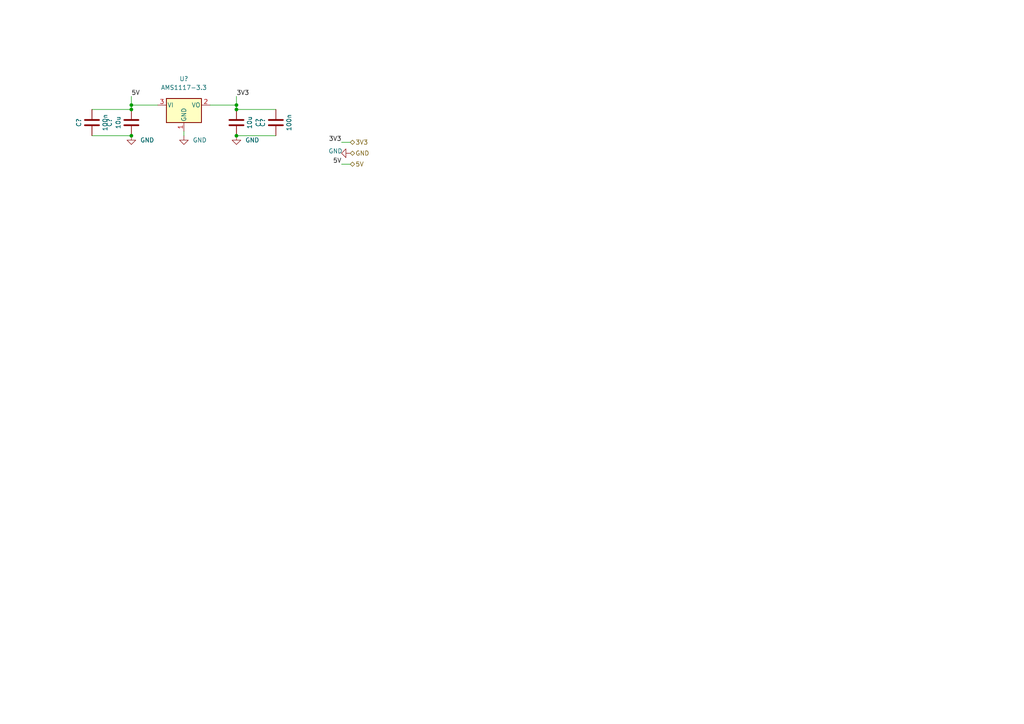
<source format=kicad_sch>
(kicad_sch (version 20211123) (generator eeschema)
  (paper "A4")
  (lib_symbols
    (symbol "Device:C" (pin_numbers hide) (pin_names (offset 0.254))
      (property "Reference" "C" (at 0.635 2.54 0))
      (property "Value" "C" (at 0.635 -2.54 0))
      (symbol "C_0_1"
        (polyline (pts (xy -2.032 -0.762) (xy 2.032 -0.762)) (stroke (width 0.508)))
        (polyline (pts (xy -2.032 0.762) (xy 2.032 0.762)) (stroke (width 0.508)))
      )
      (symbol "C_1_1"
        (pin passive line (at 0 3.81 270) (length 2.794) (name "~") (number "1"))
        (pin passive line (at 0 -3.81 90) (length 2.794) (name "~") (number "2"))
      )
    )
    (symbol "Regulator_Linear:AMS1117-3.3" (pin_names (offset 0.254))
      (property "Reference" "U" (at -3.81 3.175 0))
      (property "Value" "AMS1117-3.3" (at 0 3.175 0))
      (symbol "AMS1117-3.3_0_1"
        (rectangle (start -5.08 -5.08) (end 5.08 1.905) (stroke (width 0.254)) (fill (type background)))
      )
      (symbol "AMS1117-3.3_1_1"
        (pin power_in line (at 0 -7.62 90) (length 2.54) (name "GND") (number "1"))
        (pin power_out line (at 7.62 0 180) (length 2.54) (name "VO") (number "2"))
        (pin power_in line (at -7.62 0 0) (length 2.54) (name "VI") (number "3"))
      )
    )
    (symbol "power:GND" (power) (pin_names (offset 0))
      (property "Value" "GND" (at 0 -3.81 0))
      (symbol "GND_0_1"
        (polyline (pts (xy 0 0) (xy 0 -1.27) (xy 1.27 -1.27) (xy 0 -2.54) (xy -1.27 -1.27) (xy 0 -1.27)))
      )
      (symbol "GND_1_1"
        (pin power_in line (at 0 0 270) (length 0) hide (name "GND") (number "1"))
      )
    )
  )
  (junction (at 68.58 31.75))
  (junction (at 38.1 39.37))
  (junction (at 38.1 31.75))
  (junction (at 38.1 30.48))
  (junction (at 68.58 30.48))
  (junction (at 68.58 39.37))
  (wire (pts (xy 99.06 47.625) (xy 101.6 47.625)))
  (wire (pts (xy 68.58 30.48) (xy 68.58 31.75)))
  (wire (pts (xy 38.1 30.48) (xy 45.72 30.48)))
  (wire (pts (xy 68.58 39.37) (xy 80.01 39.37)))
  (wire (pts (xy 68.58 27.94) (xy 68.58 30.48)))
  (wire (pts (xy 68.58 31.75) (xy 80.01 31.75)))
  (wire (pts (xy 26.67 39.37) (xy 38.1 39.37)))
  (wire (pts (xy 53.34 39.37) (xy 53.34 38.1)))
  (wire (pts (xy 26.67 31.75) (xy 38.1 31.75)))
  (wire (pts (xy 38.1 27.94) (xy 38.1 30.48)))
  (wire (pts (xy 60.96 30.48) (xy 68.58 30.48)))
  (wire (pts (xy 99.06 41.275) (xy 101.6 41.275)))
  (wire (pts (xy 38.1 30.48) (xy 38.1 31.75)))
  (label "5V" (at 38.1 27.94 0))
  (label "5V" (at 99.06 47.625 180))
  (label "3V3" (at 68.58 27.94 0))
  (label "3V3" (at 99.06 41.275 180))
  (hierarchical_label "GND" (shape bidirectional) (at 101.6 44.45 0))
  (hierarchical_label "5V" (shape bidirectional) (at 101.6 47.625 0))
  (hierarchical_label "3V3" (shape bidirectional) (at 101.6 41.275 0))
  (symbol (lib_id "Device:C") (at 80.01 35.56 180) (unit 1)
    (property "Reference" "C?" (at 76.2 35.56 90))
    (property "Value" "100n" (at 83.82 35.56 90))
    (property "Footprint" "Capacitor_SMD:C_0402_1005Metric" (effects hide))
    (property "LCSC Part #" "C1525" (effects hide))
  )
  (symbol (lib_id "power:GND") (at 38.1 39.37 0) (unit 1)
    (property "Reference" "#PWR?" (effects hide))
    (property "Value" "GND" (at 40.64 40.6399 0) (effects (justify left)))
  )
  (symbol (lib_id "power:GND") (at 101.6 44.45 270) (unit 1)
    (property "Reference" "#PWR?" (effects hide))
    (property "Value" "GND" (at 95.25 43.815 90) (effects (justify left)))
  )
  (symbol (lib_id "Regulator_Linear:AMS1117-3.3") (at 53.34 30.48 0) (unit 1)
    (property "Reference" "U?" (at 53.34 22.86 0))
    (property "Value" "AMS1117-3.3" (at 53.34 25.4 0))
    (property "Footprint" "Package_TO_SOT_SMD:SOT-223-3_TabPin2" (effects hide))
    (property "Datasheet" "http://www.advanced-monolithic.com/pdf/ds1117.pdf" (effects hide))
    (property "LCSC" "C6186" (effects hide))
  )
  (symbol (lib_id "Device:C") (at 38.1 35.56 180) (unit 1)
    (property "Reference" "C?" (at 31.75 35.56 90))
    (property "Value" "10u" (at 34.29 35.56 90))
    (property "Footprint" "Capacitor_SMD:C_0603_1608Metric" (effects hide))
    (property "LCSC Part #" "C19702" (effects hide))
  )
  (symbol (lib_id "Device:C") (at 68.58 35.56 0) (unit 1)
    (property "Reference" "C?" (at 74.93 35.56 90))
    (property "Value" "10u" (at 72.39 35.56 90))
    (property "Footprint" "Capacitor_SMD:C_0603_1608Metric" (effects hide))
    (property "LCSC Part #" "C19702" (effects hide))
  )
  (symbol (lib_id "power:GND") (at 68.58 39.37 0) (unit 1)
    (property "Reference" "#PWR?" (effects hide))
    (property "Value" "GND" (at 71.12 40.6399 0) (effects (justify left)))
  )
  (symbol (lib_id "power:GND") (at 53.34 39.37 0) (unit 1)
    (property "Reference" "#PWR?" (effects hide))
    (property "Value" "GND" (at 55.88 40.6399 0) (effects (justify left)))
  )
  (symbol (lib_id "Device:C") (at 26.67 35.56 180) (unit 1)
    (property "Reference" "C?" (at 22.86 35.56 90))
    (property "Value" "100n" (at 30.48 35.56 90))
    (property "Footprint" "Capacitor_SMD:C_0402_1005Metric" (effects hide))
    (property "LCSC Part #" "C1525" (effects hide))
  )
)
</source>
